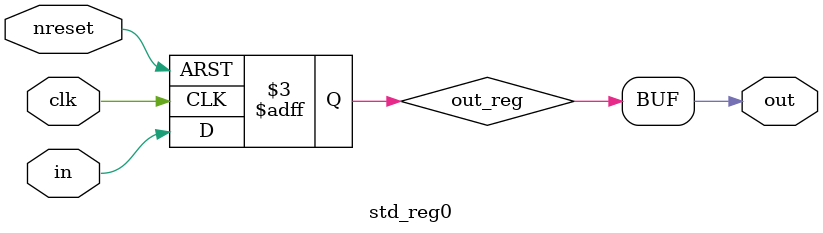
<source format=sv>

module std_reg0 #(parameter DW = 1 /* data width*/) 
( 
	input           nreset, //async active low reset
	input 	     	clk, // clk, latch when clk=0
	input [DW-1:0]  in, // input data
	output [DW-1:0] out  // output data (stable/latched when clk=1)
);

logic [DW-1:0]      out_reg;

always_ff @ (negedge clk, negedge nreset) begin
	if(~nreset) begin
		out_reg[DW-1:0] <= 'b0;
	end else begin      
		out_reg[DW-1:0] <= in[DW-1:0];
	end 
end

assign out[DW-1:0] = out_reg[DW-1:0];	 

endmodule // std_reg0




</source>
